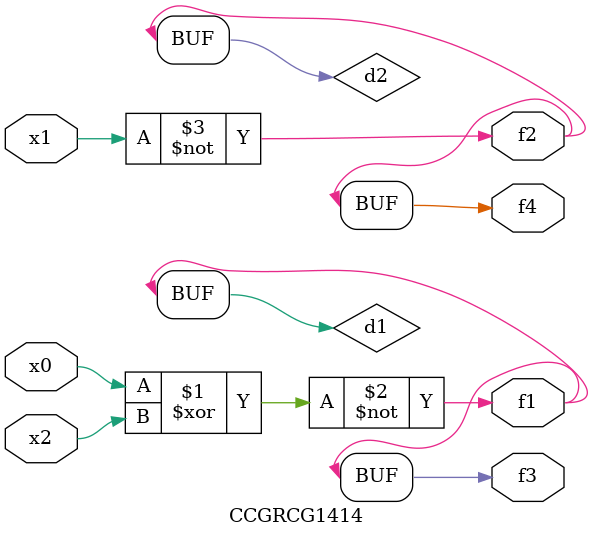
<source format=v>
module CCGRCG1414(
	input x0, x1, x2,
	output f1, f2, f3, f4
);

	wire d1, d2, d3;

	xnor (d1, x0, x2);
	nand (d2, x1);
	nor (d3, x1, x2);
	assign f1 = d1;
	assign f2 = d2;
	assign f3 = d1;
	assign f4 = d2;
endmodule

</source>
